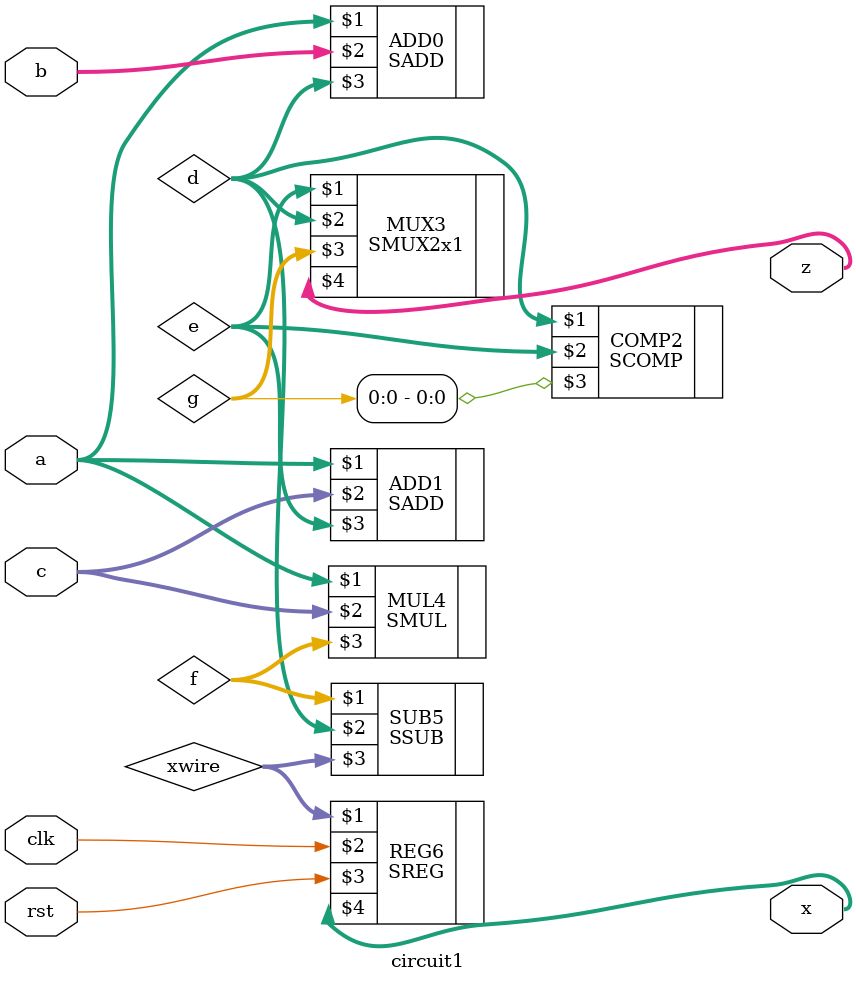
<source format=v>
`timescale 1ns / 1ns


module circuit1(clk, rst, a, b, c, z, x);
	input clk, rst;
	input signed [7:0] a, b, c;
	
	output signed [7:0] z;
	output signed [15:0] x;
	
	wire signed [7:0] d, e;
	wire signed [15:0] f, g;
	wire signed [15:0] xwire;
	
	SADD #(.DATAWIDTH(8)) ADD0(a, b, d);
	SADD #(.DATAWIDTH(8)) ADD1(a, c, e);
	SCOMP #(.DATAWIDTH(16)) COMP2(d, e, g[0], ,);
	SMUX2x1 #(.DATAWIDTH(8)) MUX3(e, d, g, z);
	SMUL #(.DATAWIDTH(16)) MUL4(a, c, f);
	SSUB #(.DATAWIDTH(16)) SUB5(f, d, xwire);
	SREG #(.DATAWIDTH(16)) REG6(xwire, clk, rst, x);

endmodule
</source>
